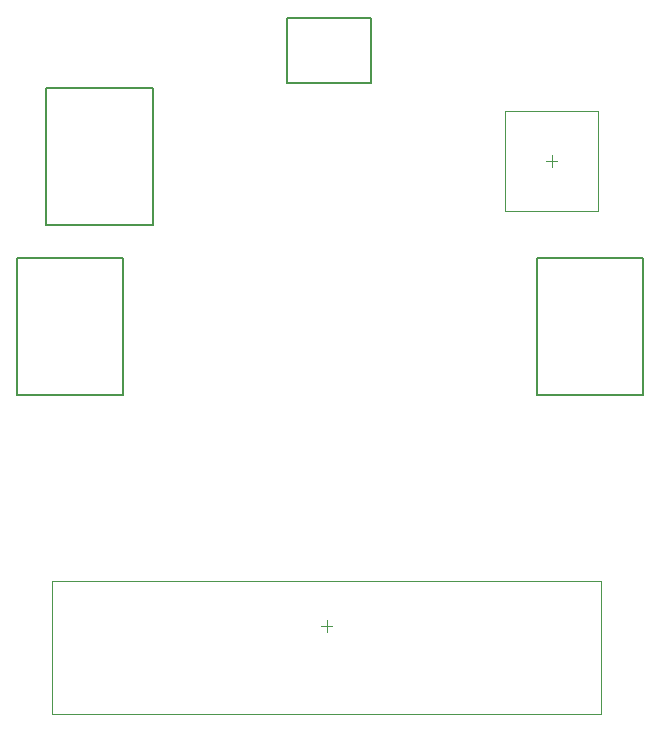
<source format=gbr>
%TF.GenerationSoftware,Altium Limited,Altium Designer,24.3.1 (35)*%
G04 Layer_Color=32896*
%FSLAX43Y43*%
%MOMM*%
%TF.SameCoordinates,9DAA59CA-406A-4E62-98C5-13318CB5E6F2*%
%TF.FilePolarity,Positive*%
%TF.FileFunction,Other,Top_Courtyard*%
%TF.Part,Single*%
G01*
G75*
%TA.AperFunction,NonConductor*%
%ADD41C,0.200*%
%ADD66C,0.050*%
D41*
X5990Y33627D02*
Y45227D01*
X14990D01*
Y33627D02*
Y45227D01*
X5990Y33627D02*
X14990D01*
X26346Y45586D02*
X33496D01*
X26346D02*
Y51086D01*
X33496D01*
Y45586D02*
Y51086D01*
X47500Y19200D02*
X56500D01*
Y30800D01*
X47500D02*
X56500D01*
X47500Y19200D02*
Y30800D01*
X3500Y19200D02*
Y30800D01*
X12500D01*
Y19200D02*
Y30800D01*
X3500Y19200D02*
X12500D01*
D66*
X52718Y34825D02*
Y43225D01*
X44818Y34825D02*
X52718D01*
X44818D02*
Y43225D01*
X52718D01*
X48268Y39025D02*
X49268D01*
X48768Y38525D02*
Y39525D01*
X6508Y-7827D02*
Y3438D01*
Y-7827D02*
X52928D01*
Y3438D01*
X6508D02*
X52928D01*
X29718Y-857D02*
Y143D01*
X29218Y-357D02*
X30218D01*
%TF.MD5,99dae206014ec1714a8b692101bce1f6*%
M02*

</source>
